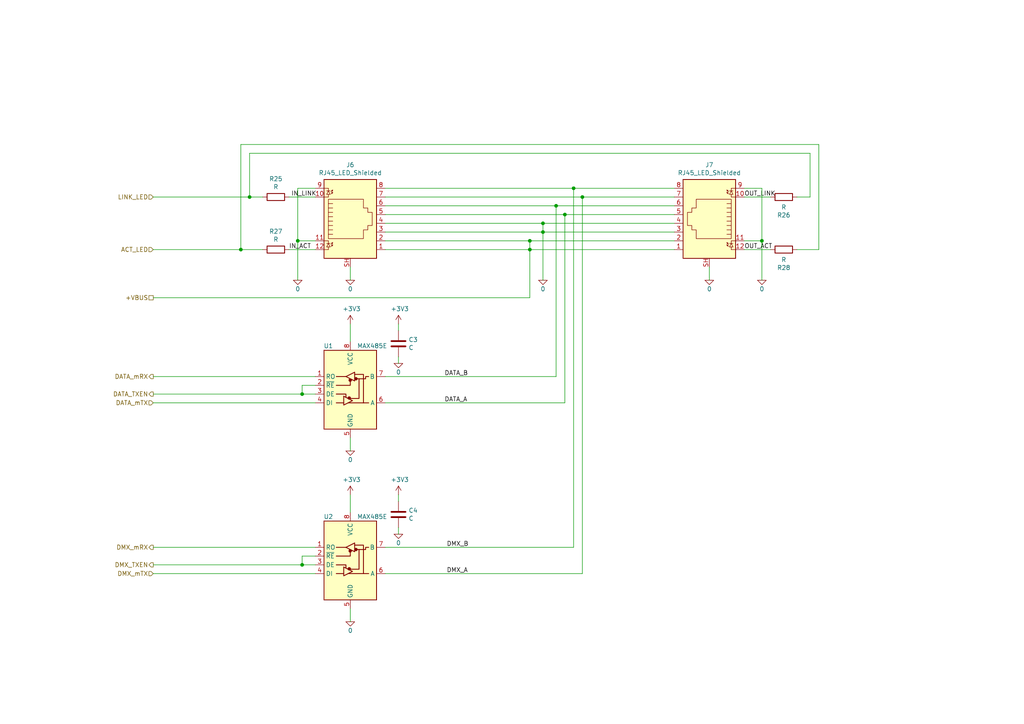
<source format=kicad_sch>
(kicad_sch (version 20211123) (generator eeschema)
  (paper "A4")
  (lib_symbols
    (symbol "Connector:RJ45_LED_Shielded" (pin_names (offset 1.016))
      (property "Reference" "J" (at -5.08 13.97 0))
      (property "Value" "RJ45_LED_Shielded" (at 1.27 13.97 0))
      (symbol "RJ45_LED_Shielded_0_1"
        (polyline (pts (xy -7.62 -7.62) (xy -6.35 -7.62)))
        (polyline (pts (xy -7.62 -5.08) (xy -6.35 -5.08)))
        (polyline (pts (xy -7.62 7.62) (xy -6.35 7.62)))
        (polyline (pts (xy -7.62 10.16) (xy -6.35 10.16)))
        (polyline (pts (xy -6.858 -5.842) (xy -5.842 -5.842)))
        (polyline (pts (xy -6.858 9.398) (xy -5.842 9.398)))
        (polyline (pts (xy -6.35 -7.62) (xy -6.35 -6.858)))
        (polyline (pts (xy -6.35 -5.08) (xy -6.35 -5.842)))
        (polyline (pts (xy -6.35 7.62) (xy -6.35 8.382)))
        (polyline (pts (xy -6.35 10.16) (xy -6.35 9.398)))
        (polyline (pts (xy -5.08 -6.223) (xy -5.207 -6.604)))
        (polyline (pts (xy -5.08 -5.588) (xy -5.207 -5.969)))
        (polyline (pts (xy -5.08 4.445) (xy -6.35 4.445)))
        (polyline (pts (xy -5.08 5.715) (xy -6.35 5.715)))
        (polyline (pts (xy -5.08 9.017) (xy -5.207 8.636)))
        (polyline (pts (xy -5.08 9.652) (xy -5.207 9.271)))
        (polyline (pts (xy -6.35 -3.175) (xy -5.08 -3.175) (xy -5.08 -3.175)))
        (polyline (pts (xy -6.35 -1.905) (xy -5.08 -1.905) (xy -5.08 -1.905)))
        (polyline (pts (xy -6.35 -0.635) (xy -5.08 -0.635) (xy -5.08 -0.635)))
        (polyline (pts (xy -6.35 0.635) (xy -5.08 0.635) (xy -5.08 0.635)))
        (polyline (pts (xy -6.35 1.905) (xy -5.08 1.905) (xy -5.08 1.905)))
        (polyline (pts (xy -5.588 -6.731) (xy -5.08 -6.223) (xy -5.461 -6.35)))
        (polyline (pts (xy -5.588 -6.096) (xy -5.08 -5.588) (xy -5.461 -5.715)))
        (polyline (pts (xy -5.588 8.509) (xy -5.08 9.017) (xy -5.461 8.89)))
        (polyline (pts (xy -5.588 9.144) (xy -5.08 9.652) (xy -5.461 9.525)))
        (polyline (pts (xy -5.08 3.175) (xy -6.35 3.175) (xy -6.35 3.175)))
        (polyline (pts (xy -6.35 -5.842) (xy -6.858 -6.858) (xy -5.842 -6.858) (xy -6.35 -5.842)))
        (polyline (pts (xy -6.35 9.398) (xy -6.858 8.382) (xy -5.842 8.382) (xy -6.35 9.398)))
        (polyline (pts (xy -6.35 -4.445) (xy -6.35 6.985) (xy 3.81 6.985) (xy 3.81 4.445) (xy 5.08 4.445) (xy 5.08 3.175) (xy 6.35 3.175) (xy 6.35 -0.635) (xy 5.08 -0.635) (xy 5.08 -1.905) (xy 3.81 -1.905) (xy 3.81 -4.445) (xy -6.35 -4.445) (xy -6.35 -4.445)))
        (rectangle (start 7.62 12.7) (end -7.62 -10.16) (stroke (width 0.254)) (fill (type background)))
      )
      (symbol "RJ45_LED_Shielded_1_1"
        (pin passive line (at 10.16 -7.62 180) (length 2.54) (name "~") (number "1"))
        (pin passive line (at -10.16 7.62 0) (length 2.54) (name "~") (number "10"))
        (pin passive line (at -10.16 -5.08 0) (length 2.54) (name "~") (number "11"))
        (pin passive line (at -10.16 -7.62 0) (length 2.54) (name "~") (number "12"))
        (pin passive line (at 10.16 -5.08 180) (length 2.54) (name "~") (number "2"))
        (pin passive line (at 10.16 -2.54 180) (length 2.54) (name "~") (number "3"))
        (pin passive line (at 10.16 0 180) (length 2.54) (name "~") (number "4"))
        (pin passive line (at 10.16 2.54 180) (length 2.54) (name "~") (number "5"))
        (pin passive line (at 10.16 5.08 180) (length 2.54) (name "~") (number "6"))
        (pin passive line (at 10.16 7.62 180) (length 2.54) (name "~") (number "7"))
        (pin passive line (at 10.16 10.16 180) (length 2.54) (name "~") (number "8"))
        (pin passive line (at -10.16 10.16 0) (length 2.54) (name "~") (number "9"))
        (pin passive line (at 0 -12.7 90) (length 2.54) (name "~") (number "SH"))
      )
    )
    (symbol "Device:C" (pin_numbers hide) (pin_names (offset 0.254))
      (property "Reference" "C" (at 0.635 2.54 0))
      (property "Value" "C" (at 0.635 -2.54 0))
      (symbol "C_0_1"
        (polyline (pts (xy -2.032 -0.762) (xy 2.032 -0.762)) (stroke (width 0.508)))
        (polyline (pts (xy -2.032 0.762) (xy 2.032 0.762)) (stroke (width 0.508)))
      )
      (symbol "C_1_1"
        (pin passive line (at 0 3.81 270) (length 2.794) (name "~") (number "1"))
        (pin passive line (at 0 -3.81 90) (length 2.794) (name "~") (number "2"))
      )
    )
    (symbol "Device:R" (pin_numbers hide) (pin_names (offset 0))
      (property "Reference" "R" (at 2.032 0 90))
      (property "Value" "R" (at 0 0 90))
      (symbol "R_0_1"
        (rectangle (start -1.016 -2.54) (end 1.016 2.54) (stroke (width 0.254)))
      )
      (symbol "R_1_1"
        (pin passive line (at 0 3.81 270) (length 1.27) (name "~") (number "1"))
        (pin passive line (at 0 -3.81 90) (length 1.27) (name "~") (number "2"))
      )
    )
    (symbol "Interface_UART:MAX485E"
      (property "Reference" "U" (at -6.096 11.43 0))
      (property "Value" "MAX485E" (at 0.762 11.43 0))
      (symbol "MAX485E_0_1"
        (rectangle (start -7.62 10.16) (end 7.62 -12.7) (stroke (width 0.254)) (fill (type background)))
        (circle (center -0.3048 -3.683) (radius 0.3556) (stroke (width 0.254)) (fill (type outline)))
        (circle (center -0.0254 1.4986) (radius 0.3556) (stroke (width 0.254)) (fill (type outline)))
        (polyline (pts (xy -4.064 -5.08) (xy -1.905 -5.08)) (stroke (width 0.254)))
        (polyline (pts (xy -4.064 2.54) (xy -1.27 2.54)) (stroke (width 0.254)))
        (polyline (pts (xy -1.27 -3.2004) (xy -1.27 -3.4544)) (stroke (width 0.254)))
        (polyline (pts (xy -0.635 -5.08) (xy 5.334 -5.08)) (stroke (width 0.254)))
        (polyline (pts (xy -4.064 -2.54) (xy -1.27 -2.54) (xy -1.27 -3.175)) (stroke (width 0.254)))
        (polyline (pts (xy 0 1.27) (xy 0 0) (xy -4.064 0)) (stroke (width 0.254)))
        (polyline (pts (xy 1.27 3.175) (xy 3.81 3.175) (xy 3.81 -5.08)) (stroke (width 0.254)))
        (polyline (pts (xy 2.54 1.905) (xy 2.54 -3.81) (xy 0 -3.81)) (stroke (width 0.254)))
        (polyline (pts (xy -1.905 -3.175) (xy -1.905 -5.715) (xy 0.635 -4.445) (xy -1.905 -3.175)) (stroke (width 0.254)))
        (polyline (pts (xy -1.27 2.54) (xy 1.27 3.81) (xy 1.27 1.27) (xy -1.27 2.54)) (stroke (width 0.254)))
        (polyline (pts (xy 1.905 1.905) (xy 4.445 1.905) (xy 4.445 2.54) (xy 5.334 2.54)) (stroke (width 0.254)))
        (rectangle (start 1.27 3.175) (end 1.27 3.175))
        (circle (center 1.651 1.905) (radius 0.3556) (stroke (width 0.254)) (fill (type outline)))
      )
      (symbol "MAX485E_1_1"
        (pin output line (at -10.16 2.54 0) (length 2.54) (name "RO") (number "1"))
        (pin input line (at -10.16 0 0) (length 2.54) (name "~{RE}") (number "2"))
        (pin input line (at -10.16 -2.54 0) (length 2.54) (name "DE") (number "3"))
        (pin input line (at -10.16 -5.08 0) (length 2.54) (name "DI") (number "4"))
        (pin power_in line (at 0 -15.24 90) (length 2.54) (name "GND") (number "5"))
        (pin bidirectional line (at 10.16 -5.08 180) (length 2.54) (name "A") (number "6"))
        (pin bidirectional line (at 10.16 2.54 180) (length 2.54) (name "B") (number "7"))
        (pin power_in line (at 0 12.7 270) (length 2.54) (name "VCC") (number "8"))
      )
    )
    (symbol "power:+3V3" (power) (pin_names (offset 0))
      (property "Value" "+3V3" (at 0 3.556 0))
      (symbol "+3V3_0_1"
        (polyline (pts (xy -0.762 1.27) (xy 0 2.54)))
        (polyline (pts (xy 0 0) (xy 0 2.54)))
        (polyline (pts (xy 0 2.54) (xy 0.762 1.27)))
      )
      (symbol "+3V3_1_1"
        (pin power_in line (at 0 0 90) (length 0) hide (name "+3V3") (number "1"))
      )
    )
    (symbol "pspice:0" (power) (pin_names (offset 0))
      (property "Value" "0" (at 0 -1.778 0))
      (symbol "0_0_1"
        (polyline (pts (xy -1.27 0) (xy 0 -1.27) (xy 1.27 0) (xy -1.27 0)))
      )
      (symbol "0_1_1"
        (pin power_in line (at 0 0 0) (length 0) hide (name "0") (number "1"))
      )
    )
  )
  (junction (at 220.98 69.85))
  (junction (at 153.67 72.39))
  (junction (at 168.91 57.15))
  (junction (at 157.48 64.77))
  (junction (at 157.48 67.31))
  (junction (at 153.67 69.85))
  (junction (at 69.85 72.39))
  (junction (at 163.83 62.23))
  (junction (at 161.29 59.69))
  (junction (at 87.63 114.3))
  (junction (at 72.39 57.15))
  (junction (at 87.63 163.83))
  (junction (at 166.37 54.61))
  (junction (at 86.36 69.85))
  (wire (pts (xy 220.98 54.61) (xy 220.98 69.85)))
  (wire (pts (xy 69.85 72.39) (xy 44.45 72.39)))
  (wire (pts (xy 111.76 72.39) (xy 153.67 72.39)))
  (wire (pts (xy 153.67 69.85) (xy 153.67 72.39)))
  (wire (pts (xy 87.63 163.83) (xy 44.45 163.83)))
  (wire (pts (xy 111.76 59.69) (xy 161.29 59.69)))
  (wire (pts (xy 111.76 116.84) (xy 163.83 116.84)))
  (wire (pts (xy 115.57 105.41) (xy 115.57 103.505)))
  (wire (pts (xy 220.98 69.85) (xy 220.98 81.28)))
  (wire (pts (xy 237.49 72.39) (xy 237.49 41.91)))
  (wire (pts (xy 72.39 57.15) (xy 72.39 44.45)))
  (wire (pts (xy 157.48 67.31) (xy 195.58 67.31)))
  (wire (pts (xy 91.44 161.29) (xy 87.63 161.29)))
  (wire (pts (xy 161.29 59.69) (xy 195.58 59.69)))
  (wire (pts (xy 87.63 114.3) (xy 91.44 114.3)))
  (wire (pts (xy 111.76 69.85) (xy 153.67 69.85)))
  (wire (pts (xy 223.52 57.15) (xy 215.9 57.15)))
  (wire (pts (xy 237.49 41.91) (xy 69.85 41.91)))
  (wire (pts (xy 111.76 54.61) (xy 166.37 54.61)))
  (wire (pts (xy 83.82 57.15) (xy 91.44 57.15)))
  (wire (pts (xy 101.6 180.34) (xy 101.6 176.53)))
  (wire (pts (xy 115.57 154.94) (xy 115.57 153.035)))
  (wire (pts (xy 168.91 166.37) (xy 168.91 57.15)))
  (wire (pts (xy 111.76 57.15) (xy 168.91 57.15)))
  (wire (pts (xy 87.63 161.29) (xy 87.63 163.83)))
  (wire (pts (xy 168.91 57.15) (xy 195.58 57.15)))
  (wire (pts (xy 91.44 54.61) (xy 86.36 54.61)))
  (wire (pts (xy 87.63 114.3) (xy 44.45 114.3)))
  (wire (pts (xy 83.82 72.39) (xy 91.44 72.39)))
  (wire (pts (xy 223.52 72.39) (xy 215.9 72.39)))
  (wire (pts (xy 111.76 64.77) (xy 157.48 64.77)))
  (wire (pts (xy 234.95 44.45) (xy 234.95 57.15)))
  (wire (pts (xy 115.57 95.885) (xy 115.57 93.98)))
  (wire (pts (xy 91.44 166.37) (xy 44.45 166.37)))
  (wire (pts (xy 87.63 111.76) (xy 87.63 114.3)))
  (wire (pts (xy 111.76 166.37) (xy 168.91 166.37)))
  (wire (pts (xy 86.36 69.85) (xy 86.36 81.28)))
  (wire (pts (xy 111.76 158.75) (xy 166.37 158.75)))
  (wire (pts (xy 72.39 57.15) (xy 44.45 57.15)))
  (wire (pts (xy 153.67 72.39) (xy 153.67 86.36)))
  (wire (pts (xy 101.6 93.98) (xy 101.6 99.06)))
  (wire (pts (xy 153.67 86.36) (xy 44.45 86.36)))
  (wire (pts (xy 111.76 109.22) (xy 161.29 109.22)))
  (wire (pts (xy 234.95 57.15) (xy 231.14 57.15)))
  (wire (pts (xy 157.48 67.31) (xy 157.48 64.77)))
  (wire (pts (xy 87.63 163.83) (xy 91.44 163.83)))
  (wire (pts (xy 163.83 62.23) (xy 195.58 62.23)))
  (wire (pts (xy 76.2 57.15) (xy 72.39 57.15)))
  (wire (pts (xy 111.76 62.23) (xy 163.83 62.23)))
  (wire (pts (xy 69.85 41.91) (xy 69.85 72.39)))
  (wire (pts (xy 101.6 143.51) (xy 101.6 148.59)))
  (wire (pts (xy 76.2 72.39) (xy 69.85 72.39)))
  (wire (pts (xy 220.98 54.61) (xy 215.9 54.61)))
  (wire (pts (xy 153.67 69.85) (xy 195.58 69.85)))
  (wire (pts (xy 166.37 54.61) (xy 195.58 54.61)))
  (wire (pts (xy 101.6 130.81) (xy 101.6 127)))
  (wire (pts (xy 157.48 64.77) (xy 195.58 64.77)))
  (wire (pts (xy 86.36 54.61) (xy 86.36 69.85)))
  (wire (pts (xy 205.74 81.28) (xy 205.74 77.47)))
  (wire (pts (xy 91.44 116.84) (xy 44.45 116.84)))
  (wire (pts (xy 101.6 81.28) (xy 101.6 77.47)))
  (wire (pts (xy 163.83 116.84) (xy 163.83 62.23)))
  (wire (pts (xy 153.67 72.39) (xy 195.58 72.39)))
  (wire (pts (xy 157.48 81.28) (xy 157.48 67.31)))
  (wire (pts (xy 91.44 109.22) (xy 44.45 109.22)))
  (wire (pts (xy 111.76 67.31) (xy 157.48 67.31)))
  (wire (pts (xy 166.37 158.75) (xy 166.37 54.61)))
  (wire (pts (xy 91.44 158.75) (xy 44.45 158.75)))
  (wire (pts (xy 161.29 109.22) (xy 161.29 59.69)))
  (wire (pts (xy 91.44 111.76) (xy 87.63 111.76)))
  (wire (pts (xy 86.36 69.85) (xy 91.44 69.85)))
  (wire (pts (xy 72.39 44.45) (xy 234.95 44.45)))
  (wire (pts (xy 215.9 69.85) (xy 220.98 69.85)))
  (wire (pts (xy 231.14 72.39) (xy 237.49 72.39)))
  (wire (pts (xy 115.57 145.415) (xy 115.57 143.51)))
  (label "IN_ACT" (at 83.82 72.39 0))
  (label "DMX_A" (at 129.54 166.37 0))
  (label "IN_LINK" (at 84.455 57.15 0))
  (label "DATA_A" (at 128.905 116.84 0))
  (label "DATA_B" (at 128.905 109.22 0))
  (label "OUT_LINK" (at 215.9 57.15 0))
  (label "DMX_B" (at 129.54 158.75 0))
  (label "OUT_ACT" (at 215.9 72.39 0))
  (hierarchical_label "DMX_TXEN" (shape output) (at 44.45 163.83 180))
  (hierarchical_label "+VBUS" (shape passive) (at 44.45 86.36 180))
  (hierarchical_label "DATA_TXEN" (shape output) (at 44.45 114.3 180))
  (hierarchical_label "LINK_LED" (shape input) (at 44.45 57.15 180))
  (hierarchical_label "ACT_LED" (shape input) (at 44.45 72.39 180))
  (hierarchical_label "DMX_mRX" (shape output) (at 44.45 158.75 180))
  (hierarchical_label "DMX_mTX" (shape input) (at 44.45 166.37 180))
  (hierarchical_label "DATA_mRX" (shape output) (at 44.45 109.22 180))
  (hierarchical_label "DATA_mTX" (shape input) (at 44.45 116.84 180))
  (symbol (lib_id "Connector:RJ45_LED_Shielded") (at 101.6 64.77 0) (unit 1)
    (property "Reference" "J6" (at 101.6 47.8282 0))
    (property "Value" "RJ45_LED_Shielded" (at 101.6 50.1396 0))
    (property "Footprint" "Connector_RJ:RJ45_Amphenol_RJHSE538X" (effects hide))
  )
  (symbol (lib_id "Connector:RJ45_LED_Shielded") (at 205.74 64.77 0) (mirror y) (unit 1)
    (property "Reference" "J7" (at 205.74 47.8282 0))
    (property "Value" "RJ45_LED_Shielded" (at 205.74 50.1396 0))
    (property "Footprint" "Connector_RJ:RJ45_Amphenol_RJHSE538X" (effects hide))
  )
  (symbol (lib_id "pspice:0") (at 101.6 81.28 0) (unit 1)
    (property "Reference" "#GND012" (effects hide))
    (property "Value" "0" (at 101.6 83.82 0))
  )
  (symbol (lib_id "pspice:0") (at 205.74 81.28 0) (unit 1)
    (property "Reference" "#GND014" (effects hide))
    (property "Value" "0" (at 205.74 83.82 0))
  )
  (symbol (lib_id "pspice:0") (at 220.98 81.28 0) (unit 1)
    (property "Reference" "#GND015" (effects hide))
    (property "Value" "0" (at 220.98 83.82 0))
  )
  (symbol (lib_id "pspice:0") (at 86.36 81.28 0) (unit 1)
    (property "Reference" "#GND011" (effects hide))
    (property "Value" "0" (at 86.36 83.82 0))
  )
  (symbol (lib_id "Device:R") (at 80.01 57.15 270) (unit 1)
    (property "Reference" "R25" (at 80.01 51.8922 90))
    (property "Value" "R" (at 80.01 54.2036 90))
    (property "Footprint" "Resistor_SMD:R_0805_2012Metric_Pad1.20x1.40mm_HandSolder" (effects hide))
  )
  (symbol (lib_id "Device:R") (at 80.01 72.39 270) (unit 1)
    (property "Reference" "R27" (at 80.01 67.1322 90))
    (property "Value" "R" (at 80.01 69.4436 90))
    (property "Footprint" "Resistor_SMD:R_0805_2012Metric_Pad1.20x1.40mm_HandSolder" (effects hide))
  )
  (symbol (lib_id "Device:R") (at 227.33 57.15 90) (unit 1)
    (property "Reference" "R26" (at 227.33 62.4078 90))
    (property "Value" "R" (at 227.33 60.0964 90))
    (property "Footprint" "Resistor_SMD:R_0805_2012Metric_Pad1.20x1.40mm_HandSolder" (effects hide))
  )
  (symbol (lib_id "Device:R") (at 227.33 72.39 90) (unit 1)
    (property "Reference" "R28" (at 227.33 77.6478 90))
    (property "Value" "R" (at 227.33 75.3364 90))
    (property "Footprint" "Resistor_SMD:R_0805_2012Metric_Pad1.20x1.40mm_HandSolder" (effects hide))
  )
  (symbol (lib_id "Interface_UART:MAX485E") (at 101.6 111.76 0) (unit 1)
    (property "Reference" "U1" (at 95.25 100.33 0))
    (property "Value" "MAX485E" (at 107.95 100.33 0))
    (property "Footprint" "Package_SO:SOIC-8_3.9x4.9mm_P1.27mm" (effects hide))
    (property "Datasheet" "https://datasheets.maximintegrated.com/en/ds/MAX1487E-MAX491E.pdf" (effects hide))
  )
  (symbol (lib_id "Interface_UART:MAX485E") (at 101.6 161.29 0) (unit 1)
    (property "Reference" "U2" (at 95.25 149.86 0))
    (property "Value" "MAX485E" (at 107.95 149.86 0))
    (property "Footprint" "Package_SO:SOIC-8_3.9x4.9mm_P1.27mm" (effects hide))
    (property "Datasheet" "https://datasheets.maximintegrated.com/en/ds/MAX1487E-MAX491E.pdf" (effects hide))
  )
  (symbol (lib_id "pspice:0") (at 101.6 130.81 0) (unit 1)
    (property "Reference" "#GND017" (effects hide))
    (property "Value" "0" (at 101.6 133.35 0))
  )
  (symbol (lib_id "pspice:0") (at 101.6 180.34 0) (unit 1)
    (property "Reference" "#GND019" (effects hide))
    (property "Value" "0" (at 101.6 182.88 0))
  )
  (symbol (lib_id "power:+3V3") (at 101.6 143.51 0) (unit 1)
    (property "Reference" "#PWR07" (effects hide))
    (property "Value" "+3V3" (at 101.981 139.1158 0))
  )
  (symbol (lib_id "power:+3V3") (at 101.6 93.98 0) (unit 1)
    (property "Reference" "#PWR05" (effects hide))
    (property "Value" "+3V3" (at 101.981 89.5858 0))
  )
  (symbol (lib_id "pspice:0") (at 157.48 81.28 0) (unit 1)
    (property "Reference" "#GND013" (effects hide))
    (property "Value" "0" (at 157.48 83.82 0))
  )
  (symbol (lib_id "power:+3V3") (at 115.57 93.98 0)
    (property "Reference" "#PWR06" (effects hide))
    (property "Value" "+3V3" (at 115.951 89.5858 0))
  )
  (symbol (lib_id "Device:C") (at 115.57 99.695 0)
    (property "Reference" "C3" (at 118.491 98.5266 0) (effects (justify left)))
    (property "Value" "C" (at 118.491 100.838 0) (effects (justify left)))
    (property "Footprint" "Capacitor_SMD:C_0805_2012Metric_Pad1.18x1.45mm_HandSolder" (effects hide))
  )
  (symbol (lib_id "pspice:0") (at 115.57 105.41 0)
    (property "Reference" "#GND016" (effects hide))
    (property "Value" "0" (at 115.57 107.95 0))
  )
  (symbol (lib_id "power:+3V3") (at 115.57 143.51 0)
    (property "Reference" "#PWR08" (effects hide))
    (property "Value" "+3V3" (at 115.951 139.1158 0))
  )
  (symbol (lib_id "Device:C") (at 115.57 149.225 0)
    (property "Reference" "C4" (at 118.491 148.0566 0) (effects (justify left)))
    (property "Value" "C" (at 118.491 150.368 0) (effects (justify left)))
    (property "Footprint" "Capacitor_SMD:C_0805_2012Metric_Pad1.18x1.45mm_HandSolder" (effects hide))
  )
  (symbol (lib_id "pspice:0") (at 115.57 154.94 0)
    (property "Reference" "#GND018" (effects hide))
    (property "Value" "0" (at 115.57 157.48 0))
  )
)
</source>
